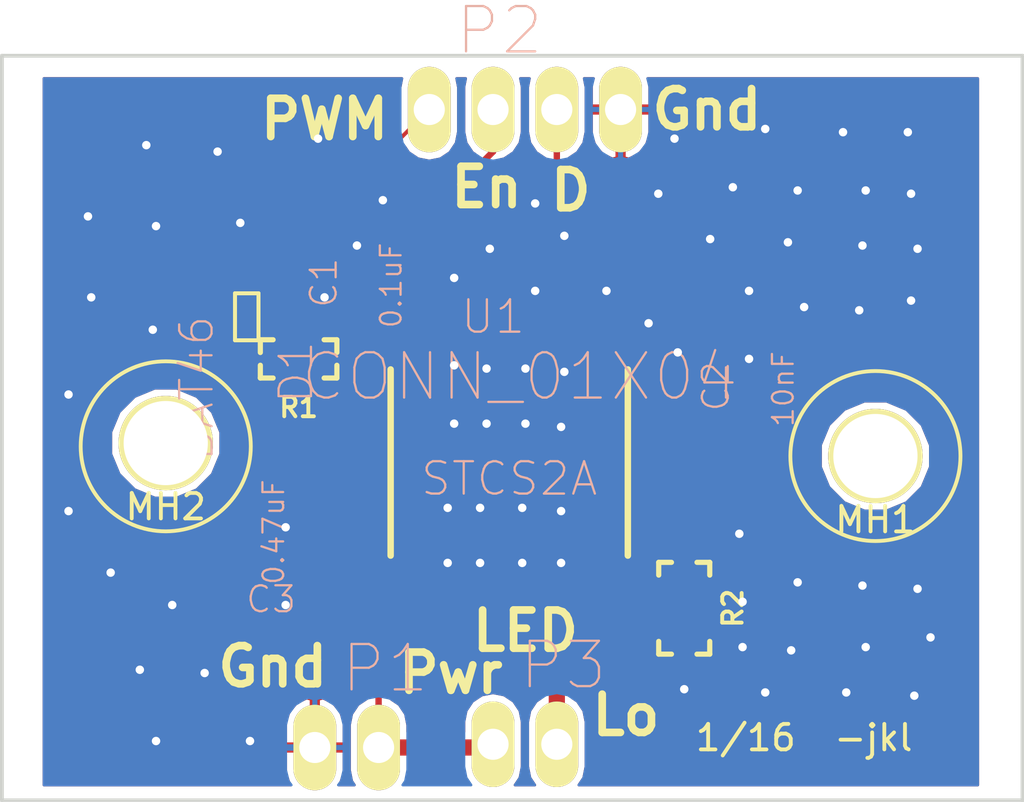
<source format=kicad_pcb>
(kicad_pcb (version 4) (host pcbnew 4.0.0-rc1-stable)

  (general
    (links 20)
    (no_connects 0)
    (area 59.924999 92.73225 100.075001 134.39455)
    (thickness 1.6)
    (drawings 15)
    (tracks 266)
    (zones 0)
    (modules 12)
    (nets 13)
  )

  (page A4)
  (layers
    (0 F.Cu signal)
    (31 B.Cu signal)
    (32 B.Adhes user hide)
    (33 F.Adhes user hide)
    (34 B.Paste user hide)
    (35 F.Paste user hide)
    (36 B.SilkS user)
    (37 F.SilkS user)
    (38 B.Mask user hide)
    (39 F.Mask user hide)
    (40 Dwgs.User user hide)
    (41 Cmts.User user hide)
    (42 Eco1.User user hide)
    (43 Eco2.User user hide)
    (44 Edge.Cuts user)
    (45 Margin user hide)
    (46 B.CrtYd user hide)
    (47 F.CrtYd user hide)
    (48 B.Fab user hide)
    (49 F.Fab user hide)
  )

  (setup
    (last_trace_width 0.25)
    (user_trace_width 0.1525)
    (user_trace_width 0.635)
    (user_trace_width 3)
    (trace_clearance 0.2)
    (zone_clearance 0.25)
    (zone_45_only no)
    (trace_min 0.1525)
    (segment_width 0.15)
    (edge_width 0.15)
    (via_size 0.6)
    (via_drill 0.4)
    (via_min_size 0.4)
    (via_min_drill 0.3)
    (user_via 0.69 0.331)
    (uvia_size 0.3)
    (uvia_drill 0.1)
    (uvias_allowed no)
    (uvia_min_size 0.2)
    (uvia_min_drill 0.1)
    (pcb_text_width 0.3)
    (pcb_text_size 1.5 1.5)
    (mod_edge_width 0.15)
    (mod_text_size 1 1)
    (mod_text_width 0.15)
    (pad_size 1.6764 3.3528)
    (pad_drill 1.2192)
    (pad_to_mask_clearance 0.05)
    (aux_axis_origin 60.833 123.698)
    (visible_elements 7FFCCE7F)
    (pcbplotparams
      (layerselection 0x010ec_80000001)
      (usegerberextensions true)
      (excludeedgelayer true)
      (linewidth 0.100000)
      (plotframeref false)
      (viasonmask false)
      (mode 1)
      (useauxorigin false)
      (hpglpennumber 1)
      (hpglpenspeed 20)
      (hpglpendiameter 15)
      (hpglpenoverlay 2)
      (psnegative false)
      (psa4output false)
      (plotreference false)
      (plotvalue false)
      (plotinvisibletext false)
      (padsonsilk false)
      (subtractmaskfromsilk false)
      (outputformat 1)
      (mirror false)
      (drillshape 0)
      (scaleselection 1)
      (outputdirectory ""))
  )

  (net 0 "")
  (net 1 "Net-(C1-Pad1)")
  (net 2 GND)
  (net 3 "Net-(C2-Pad1)")
  (net 4 "Net-(C3-Pad1)")
  (net 5 VCC)
  (net 6 "Net-(D1-Pad2)")
  (net 7 "Net-(D1-Pad3)")
  (net 8 "Net-(P2-Pad1)")
  (net 9 "Net-(P2-Pad2)")
  (net 10 "Net-(P2-Pad3)")
  (net 11 "Net-(R2-Pad2)")
  (net 12 "Net-(U1-Pad4)")

  (net_class Default "This is the default net class."
    (clearance 0.2)
    (trace_width 0.25)
    (via_dia 0.6)
    (via_drill 0.4)
    (uvia_dia 0.3)
    (uvia_drill 0.1)
    (add_net GND)
    (add_net "Net-(C1-Pad1)")
    (add_net "Net-(C2-Pad1)")
    (add_net "Net-(C3-Pad1)")
    (add_net "Net-(D1-Pad2)")
    (add_net "Net-(D1-Pad3)")
    (add_net "Net-(P2-Pad1)")
    (add_net "Net-(P2-Pad2)")
    (add_net "Net-(P2-Pad3)")
    (add_net "Net-(R2-Pad2)")
    (add_net "Net-(U1-Pad4)")
    (add_net VCC)
  )

  (module con-phoenix-250:con-phoenix-250-MC4 (layer F.Cu) (tedit 56CD2E5D) (tstamp 56A2CD70)
    (at 79.248 97.409)
    (descr "MINI-COMBICON 2.50MM 4-POLIG")
    (tags "MINI-COMBICON 2.50MM 4-POLIG")
    (path /569C1319)
    (attr virtual)
    (fp_text reference P2 (at 0.254 -3.0988) (layer B.SilkS)
      (effects (font (size 1.778 1.778) (thickness 0.0889)))
    )
    (fp_text value CONN_01X04 (at 1.04394 10.4775) (layer B.SilkS)
      (effects (font (size 1.778 1.778) (thickness 0.0889)))
    )
    (fp_line (start 4.36372 -0.635) (end 4.36372 0.635) (layer F.SilkS) (width 0.127))
    (fp_line (start 4.36372 -0.635) (end 5.63372 -0.635) (layer F.SilkS) (width 0.127))
    (fp_line (start 4.36372 0.635) (end 5.63372 0.635) (layer F.SilkS) (width 0.127))
    (fp_line (start 5.63372 0.635) (end 5.63372 -0.635) (layer F.SilkS) (width 0.127))
    (fp_line (start 1.86436 0.635) (end 3.13436 0.635) (layer F.SilkS) (width 0.127))
    (fp_line (start 1.86436 -0.635) (end 1.86436 0.635) (layer F.SilkS) (width 0.127))
    (fp_line (start 3.13436 0.635) (end 3.13436 -0.635) (layer F.SilkS) (width 0.127))
    (fp_line (start 1.86436 -0.635) (end 3.13436 -0.635) (layer F.SilkS) (width 0.127))
    (fp_line (start -0.635 -0.635) (end -0.635 0.635) (layer F.SilkS) (width 0.127))
    (fp_line (start -0.635 -0.635) (end 0.635 -0.635) (layer F.SilkS) (width 0.127))
    (fp_line (start -0.635 0.635) (end 0.635 0.635) (layer F.SilkS) (width 0.127))
    (fp_line (start 0.635 0.635) (end 0.635 -0.635) (layer F.SilkS) (width 0.127))
    (fp_line (start -3.13436 0.635) (end -1.86436 0.635) (layer F.SilkS) (width 0.127))
    (fp_line (start -3.13436 -0.635) (end -3.13436 0.635) (layer F.SilkS) (width 0.127))
    (fp_line (start -1.86436 0.635) (end -1.86436 -0.635) (layer F.SilkS) (width 0.127))
    (fp_line (start -3.13436 -0.635) (end -1.86436 -0.635) (layer F.SilkS) (width 0.127))
    (pad 1 thru_hole oval (at -2.49936 0) (size 1.6764 3.3528) (drill 1.2192) (layers *.Cu F.SilkS F.Mask)
      (net 8 "Net-(P2-Pad1)"))
    (pad 2 thru_hole oval (at 0 0) (size 1.6764 3.3528) (drill 1.2192) (layers *.Cu F.SilkS F.Mask)
      (net 9 "Net-(P2-Pad2)"))
    (pad 3 thru_hole oval (at 2.49936 0) (size 1.6764 3.3528) (drill 1.2192) (layers *.Cu F.SilkS F.Mask)
      (net 10 "Net-(P2-Pad3)"))
    (pad 4 thru_hole oval (at 4.99872 0) (size 1.6764 3.3528) (drill 1.2192) (layers *.Cu F.SilkS F.Mask)
      (net 2 GND))
  )

  (module con-phoenix-250:con-phoenix-250-MC2 (layer F.Cu) (tedit 56CD2E1A) (tstamp 56A2CD77)
    (at 79.248 122.301)
    (descr "MINI-COMBICON 2.50MM 2-POLIG")
    (tags "MINI-COMBICON 2.50MM 2-POLIG")
    (path /569B234B)
    (attr virtual)
    (fp_text reference P3 (at 2.75336 -3.0988) (layer B.SilkS)
      (effects (font (size 1.778 1.778) (thickness 0.0889)))
    )
    (fp_text value CONN_01X02 (at 3.5433 10.4775) (layer B.SilkS)
      (effects (font (size 1.778 1.778) (thickness 0.0889)))
    )
    (fp_line (start 1.86436 -0.635) (end 1.86436 0.635) (layer F.SilkS) (width 0.127))
    (fp_line (start 1.86436 -0.635) (end 3.13436 -0.635) (layer F.SilkS) (width 0.127))
    (fp_line (start 1.86436 0.635) (end 3.13436 0.635) (layer F.SilkS) (width 0.127))
    (fp_line (start 3.13436 0.635) (end 3.13436 -0.635) (layer F.SilkS) (width 0.127))
    (fp_line (start -0.635 0.635) (end 0.635 0.635) (layer F.SilkS) (width 0.127))
    (fp_line (start -0.635 -0.635) (end -0.635 0.635) (layer F.SilkS) (width 0.127))
    (fp_line (start 0.635 0.635) (end 0.635 -0.635) (layer F.SilkS) (width 0.127))
    (fp_line (start -0.635 -0.635) (end 0.635 -0.635) (layer F.SilkS) (width 0.127))
    (pad 1 thru_hole oval (at 0 0) (size 1.6764 3.3528) (drill 1.2192) (layers *.Cu F.SilkS F.Mask)
      (net 5 VCC))
    (pad 2 thru_hole oval (at 2.49936 0) (size 1.6764 3.3528) (drill 1.2192) (layers *.Cu F.SilkS F.Mask)
      (net 4 "Net-(C3-Pad1)"))
  )

  (module con-phoenix-250:con-phoenix-250-MC2 (layer F.Cu) (tedit 56CD2DCA) (tstamp 56A2CD6B)
    (at 72.263 122.428)
    (descr "MINI-COMBICON 2.50MM 2-POLIG")
    (tags "MINI-COMBICON 2.50MM 2-POLIG")
    (path /569B22BE)
    (attr virtual)
    (fp_text reference P1 (at 2.75336 -3.0988) (layer B.SilkS)
      (effects (font (size 1.778 1.778) (thickness 0.0889)))
    )
    (fp_text value CONN_01X02 (at 3.5433 10.4775) (layer B.SilkS)
      (effects (font (size 1.778 1.778) (thickness 0.0889)))
    )
    (fp_line (start 1.86436 -0.635) (end 1.86436 0.635) (layer F.SilkS) (width 0.127))
    (fp_line (start 1.86436 -0.635) (end 3.13436 -0.635) (layer F.SilkS) (width 0.127))
    (fp_line (start 1.86436 0.635) (end 3.13436 0.635) (layer F.SilkS) (width 0.127))
    (fp_line (start 3.13436 0.635) (end 3.13436 -0.635) (layer F.SilkS) (width 0.127))
    (fp_line (start -0.635 0.635) (end 0.635 0.635) (layer F.SilkS) (width 0.127))
    (fp_line (start -0.635 -0.635) (end -0.635 0.635) (layer F.SilkS) (width 0.127))
    (fp_line (start 0.635 0.635) (end 0.635 -0.635) (layer F.SilkS) (width 0.127))
    (fp_line (start -0.635 -0.635) (end 0.635 -0.635) (layer F.SilkS) (width 0.127))
    (pad 1 thru_hole oval (at 0 0) (size 1.6764 3.3528) (drill 1.2192) (layers *.Cu F.SilkS F.Mask)
      (net 2 GND))
    (pad 2 thru_hole oval (at 2.49936 0) (size 1.6764 3.3528) (drill 1.2192) (layers *.Cu F.SilkS F.Mask)
      (net 5 VCC))
  )

  (module "resistor:0805(2012m)-CHIP-RESISTOR" (layer F.Cu) (tedit 56AD1D0E) (tstamp 569C79D6)
    (at 86.741 116.967 90)
    (path /569B1E1A)
    (fp_text reference R2 (at 0 1.905 90) (layer F.SilkS)
      (effects (font (size 0.762 0.762) (thickness 0.1524)))
    )
    (fp_text value 0.142R (at 0 0 90) (layer F.SilkS) hide
      (effects (font (size 0.762 0.762) (thickness 0.1524)))
    )
    (fp_line (start -1.8 1) (end -1.3 1) (layer F.SilkS) (width 0.2032))
    (fp_line (start -1.8 1) (end -1.8 0.5) (layer F.SilkS) (width 0.2032))
    (fp_line (start 1.8 1) (end 1.3 1) (layer F.SilkS) (width 0.2032))
    (fp_line (start 1.8 1) (end 1.8 0.5) (layer F.SilkS) (width 0.2032))
    (fp_line (start 1.8 -1) (end 1.8 -0.5) (layer F.SilkS) (width 0.2032))
    (fp_line (start 1.8 -1) (end 1.3 -1) (layer F.SilkS) (width 0.2032))
    (fp_line (start -1.8 -1) (end -1.3 -1) (layer F.SilkS) (width 0.2032))
    (fp_line (start -1.8 -1) (end -1.8 -0.5) (layer F.SilkS) (width 0.2032))
    (pad 1 smd rect (at -0.95 0 90) (size 1 1.45) (layers F.Cu F.Paste F.Mask)
      (net 2 GND))
    (pad 2 smd rect (at 0.95 0 90) (size 1 1.45) (layers F.Cu F.Paste F.Mask)
      (net 11 "Net-(R2-Pad2)"))
  )

  (module st-microelectronics:st-microelectronics-POWER-SO10 (layer F.Cu) (tedit 56AD1989) (tstamp 569C79E5)
    (at 79.883 111.252)
    (descr "POWER SO-10")
    (tags "POWER SO-10")
    (path /56A972C8)
    (attr smd)
    (fp_text reference U1 (at -0.635 -5.715) (layer B.SilkS)
      (effects (font (size 1.27 1.27) (thickness 0.0889)))
    )
    (fp_text value STCS2A (at 0 0.635) (layer B.SilkS)
      (effects (font (size 1.27 1.27) (thickness 0.0889)))
    )
    (fp_line (start -4.6355 -1.143) (end -4.6355 -1.397) (layer F.SilkS) (width 0.06604))
    (fp_line (start -4.6355 0.127) (end -4.6355 -0.127) (layer F.SilkS) (width 0.06604))
    (fp_line (start -4.6355 1.397) (end -4.6355 1.143) (layer F.SilkS) (width 0.06604))
    (fp_line (start -4.6355 2.667) (end -4.6355 2.413) (layer F.SilkS) (width 0.06604))
    (fp_line (start 4.6355 2.667) (end 4.6355 2.413) (layer F.SilkS) (width 0.06604))
    (fp_line (start 4.6355 1.397) (end 4.6355 1.143) (layer F.SilkS) (width 0.06604))
    (fp_line (start 4.6355 0.127) (end 4.6355 -0.127) (layer F.SilkS) (width 0.06604))
    (fp_line (start 4.6355 -1.143) (end 4.6355 -1.397) (layer F.SilkS) (width 0.06604))
    (fp_line (start 4.6482 -3.64998) (end 4.6482 3.64998) (layer F.SilkS) (width 0.254))
    (fp_line (start -4.6482 3.64998) (end -4.6482 -3.64998) (layer F.SilkS) (width 0.254))
    (pad 1 smd rect (at -6.62432 -2.54) (size 1.64846 0.72898) (layers F.Cu F.Paste F.Mask)
      (net 1 "Net-(C1-Pad1)"))
    (pad 2 smd rect (at -6.62432 -1.27) (size 1.64846 0.72898) (layers F.Cu F.Paste F.Mask)
      (net 8 "Net-(P2-Pad1)"))
    (pad 3 smd rect (at -6.62432 0) (size 1.64846 0.72898) (layers F.Cu F.Paste F.Mask)
      (net 9 "Net-(P2-Pad2)"))
    (pad 4 smd rect (at -6.62432 1.27) (size 1.64846 0.72898) (layers F.Cu F.Paste F.Mask)
      (net 12 "Net-(U1-Pad4)"))
    (pad 5 smd rect (at -6.62432 2.54) (size 1.64846 0.72898) (layers F.Cu F.Paste F.Mask)
      (net 4 "Net-(C3-Pad1)"))
    (pad 6 smd rect (at 6.62432 2.54) (size 1.64846 0.72898) (layers F.Cu F.Paste F.Mask)
      (net 11 "Net-(R2-Pad2)"))
    (pad 7 smd rect (at 6.62432 1.27) (size 1.64846 0.72898) (layers F.Cu F.Paste F.Mask)
      (net 11 "Net-(R2-Pad2)"))
    (pad 8 smd rect (at 6.62432 0) (size 1.64846 0.72898) (layers F.Cu F.Paste F.Mask)
      (net 3 "Net-(C2-Pad1)"))
    (pad 9 smd rect (at 6.62432 -1.27) (size 1.64846 0.72898) (layers F.Cu F.Paste F.Mask)
      (net 10 "Net-(P2-Pad3)"))
    (pad 10 smd rect (at 6.62432 -2.54) (size 1.64846 0.72898) (layers F.Cu F.Paste F.Mask)
      (net 2 GND))
    (pad P smd rect (at 0 0) (size 6.2992 9.4996) (layers F.Cu F.Paste F.Mask)
      (net 2 GND))
  )

  (module cap-master:cap-master-0603 (layer F.Cu) (tedit 200000) (tstamp 569C79A9)
    (at 89.281 109.855 90)
    (descr "SMD CHIP CAP")
    (tags "SMD CHIP CAP")
    (path /569B20C2)
    (attr smd)
    (fp_text reference C2 (at 1.5875 -1.30048 90) (layer B.SilkS)
      (effects (font (size 1.016 1.016) (thickness 0.0889)))
    )
    (fp_text value 10nF (at 1.4859 1.33858 90) (layer B.SilkS)
      (effects (font (size 0.8128 0.8128) (thickness 0.0889)))
    )
    (pad 1 smd rect (at -0.9525 0 90) (size 1.016 1.016) (layers F.Cu F.Paste F.Mask)
      (net 3 "Net-(C2-Pad1)"))
    (pad 2 smd rect (at 0.9525 0 90) (size 1.016 1.016) (layers F.Cu F.Paste F.Mask)
      (net 2 GND))
  )

  (module cap-master:cap-master-0603 (layer F.Cu) (tedit 569D51D2) (tstamp 569C79AF)
    (at 72.136 115.316 180)
    (descr "SMD CHIP CAP")
    (tags "SMD CHIP CAP")
    (path /569B1FD2)
    (attr smd)
    (fp_text reference C3 (at 1.5875 -1.30048 180) (layer B.SilkS)
      (effects (font (size 1.016 1.016) (thickness 0.0889)))
    )
    (fp_text value 0.47uF (at 1.4859 1.33858 270) (layer B.SilkS)
      (effects (font (size 0.8128 0.8128) (thickness 0.0889)))
    )
    (pad 1 smd rect (at -0.9525 0 180) (size 1.016 1.016) (layers F.Cu F.Paste F.Mask)
      (net 4 "Net-(C3-Pad1)"))
    (pad 2 smd rect (at 0.9525 0 180) (size 1.016 1.016) (layers F.Cu F.Paste F.Mask)
      (net 2 GND))
  )

  (module cap-master:cap-master-0603 (layer F.Cu) (tedit 200000) (tstamp 569C79A3)
    (at 73.914 105.791 90)
    (descr "SMD CHIP CAP")
    (tags "SMD CHIP CAP")
    (path /569B205B)
    (attr smd)
    (fp_text reference C1 (at 1.5875 -1.30048 90) (layer B.SilkS)
      (effects (font (size 1.016 1.016) (thickness 0.0889)))
    )
    (fp_text value 0.1uF (at 1.4859 1.33858 90) (layer B.SilkS)
      (effects (font (size 0.8128 0.8128) (thickness 0.0889)))
    )
    (pad 1 smd rect (at -0.9525 0 90) (size 1.016 1.016) (layers F.Cu F.Paste F.Mask)
      (net 1 "Net-(C1-Pad1)"))
    (pad 2 smd rect (at 0.9525 0 90) (size 1.016 1.016) (layers F.Cu F.Paste F.Mask)
      (net 2 GND))
  )

  (module "resistor:0603(1608m)-CHIP-RESISTOR" (layer F.Cu) (tedit 56AD1711) (tstamp 569C79D0)
    (at 71.628 107.188)
    (path /569B1D9B)
    (fp_text reference R1 (at 0 1.905) (layer F.SilkS)
      (effects (font (size 0.762 0.762) (thickness 0.1524)))
    )
    (fp_text value 100R (at 0 0) (layer F.SilkS) hide
      (effects (font (size 0.762 0.762) (thickness 0.1524)))
    )
    (fp_line (start -1.5 -0.75) (end -1 -0.75) (layer F.SilkS) (width 0.2032))
    (fp_line (start -1.5 -0.25) (end -1.5 -0.75) (layer F.SilkS) (width 0.2032))
    (fp_line (start -1.5 0.75) (end -1.5 0.25) (layer F.SilkS) (width 0.2032))
    (fp_line (start -1 0.75) (end -1.5 0.75) (layer F.SilkS) (width 0.2032))
    (fp_line (start 1.5 0.75) (end 1 0.75) (layer F.SilkS) (width 0.2032))
    (fp_line (start 1.5 0.25) (end 1.5 0.75) (layer F.SilkS) (width 0.2032))
    (fp_line (start 1.5 -0.75) (end 1.5 -0.25) (layer F.SilkS) (width 0.2032))
    (fp_line (start 1.5 -0.75) (end 1 -0.75) (layer F.SilkS) (width 0.2032))
    (pad 1 smd rect (at -0.8 0) (size 0.9 1) (layers F.Cu F.Paste F.Mask)
      (net 7 "Net-(D1-Pad3)"))
    (pad 2 smd rect (at 0.8 0) (size 0.9 1) (layers F.Cu F.Paste F.Mask)
      (net 1 "Net-(C1-Pad1)"))
  )

  (module diode-1:diode-1-SOT323-R (layer F.Cu) (tedit 56AD1670) (tstamp 569D61BB)
    (at 69.596 105.537 270)
    (descr "SOT323 REFLOW SOLDERING")
    (tags "SOT323 REFLOW SOLDERING")
    (path /569C771D)
    (attr smd)
    (fp_text reference D1 (at 2.17424 -1.93294 270) (layer B.SilkS)
      (effects (font (size 1.27 1.27) (thickness 0.0889)))
    )
    (fp_text value BAT46 (at 2.80924 1.96342 270) (layer B.SilkS)
      (effects (font (size 1.27 1.27) (thickness 0.0889)))
    )
    (fp_line (start -0.79756 0.49784) (end -0.49784 0.49784) (layer F.SilkS) (width 0.06604))
    (fp_line (start 0.49784 0.49784) (end 0.79756 0.49784) (layer F.SilkS) (width 0.06604))
    (fp_line (start -0.14986 -0.49784) (end 0.14986 -0.49784) (layer F.SilkS) (width 0.06604))
    (fp_line (start 0.92202 -0.45974) (end 0.92202 0.45974) (layer F.SilkS) (width 0.1524))
    (fp_line (start 0.92202 0.45974) (end -0.92202 0.45974) (layer F.SilkS) (width 0.1524))
    (fp_line (start -0.92202 0.45974) (end -0.92202 -0.45974) (layer F.SilkS) (width 0.1524))
    (fp_line (start -0.92202 -0.45974) (end 0.92202 -0.45974) (layer F.SilkS) (width 0.1524))
    (fp_line (start 0.92202 -0.45974) (end 0.92202 0.45974) (layer F.SilkS) (width 0.1524))
    (fp_line (start 0.92202 0.45974) (end -0.92202 0.45974) (layer F.SilkS) (width 0.1524))
    (fp_line (start -0.92202 0.45974) (end -0.92202 -0.45974) (layer F.SilkS) (width 0.1524))
    (fp_line (start -0.92202 -0.45974) (end 0.92202 -0.45974) (layer F.SilkS) (width 0.1524))
    (pad 1 smd rect (at -0.6477 0.92456 270) (size 0.59944 0.54864) (layers F.Cu F.Paste F.Mask)
      (net 5 VCC))
    (pad 2 smd rect (at 0.6477 0.92456 270) (size 0.59944 0.54864) (layers F.Cu F.Paste F.Mask)
      (net 6 "Net-(D1-Pad2)"))
    (pad 3 smd rect (at 0 -0.92456 270) (size 0.59944 0.54864) (layers F.Cu F.Paste F.Mask)
      (net 7 "Net-(D1-Pad3)"))
  )

  (module jimsCustom:4x40Hole (layer F.Cu) (tedit 56A96E7C) (tstamp 56A97614)
    (at 94.234 110.998)
    (path /56A9712F)
    (fp_text reference MH1 (at 0 2.5) (layer F.SilkS)
      (effects (font (size 1 1) (thickness 0.15)))
    )
    (fp_text value MountHole (at 0 -2.5) (layer F.Fab)
      (effects (font (size 1 1) (thickness 0.15)))
    )
    (pad "" np_thru_hole circle (at 0 0) (size 3.7 3.7) (drill 3.3) (layers *.Cu *.Mask F.SilkS))
  )

  (module jimsCustom:4x40Hole (layer F.Cu) (tedit 56A96E7C) (tstamp 56A97619)
    (at 66.421 110.49)
    (path /56A9719E)
    (fp_text reference MH2 (at 0 2.5) (layer F.SilkS)
      (effects (font (size 1 1) (thickness 0.15)))
    )
    (fp_text value MountHole (at 0 -2.5) (layer F.Fab)
      (effects (font (size 1 1) (thickness 0.15)))
    )
    (pad "" np_thru_hole circle (at 0 0) (size 3.7 3.7) (drill 3.3) (layers *.Cu *.Mask F.SilkS))
  )

  (gr_text "1/16  -jkl" (at 91.44 122.047) (layer F.SilkS)
    (effects (font (size 1 1) (thickness 0.15)))
  )
  (gr_text D (at 82.296 100.584) (layer F.SilkS)
    (effects (font (size 1.5 1.5) (thickness 0.3)))
  )
  (gr_text Gnd (at 87.63 97.409) (layer F.SilkS)
    (effects (font (size 1.5 1.5) (thickness 0.3)))
  )
  (gr_text En (at 78.994 100.457) (layer F.SilkS)
    (effects (font (size 1.5 1.5) (thickness 0.3)))
  )
  (gr_text PWM (at 72.644 97.79) (layer F.SilkS)
    (effects (font (size 1.5 1.5) (thickness 0.3)))
  )
  (gr_text Lo (at 84.455 121.158) (layer F.SilkS)
    (effects (font (size 1.5 1.5) (thickness 0.3)))
  )
  (gr_text Gnd (at 70.612 119.253) (layer F.SilkS)
    (effects (font (size 1.5 1.5) (thickness 0.3)))
  )
  (gr_text Pwr (at 77.597 119.507) (layer F.SilkS)
    (effects (font (size 1.5 1.5) (thickness 0.3)))
  )
  (gr_text LED (at 80.518 117.856) (layer F.SilkS)
    (effects (font (size 1.5 1.5) (thickness 0.3)))
  )
  (gr_circle (center 66.421 110.617) (end 69.596 111.633) (layer F.SilkS) (width 0.15) (tstamp 56A99E79))
  (gr_circle (center 94.234 110.998) (end 97.409 112.014) (layer F.SilkS) (width 0.15))
  (gr_line (start 100 95.3) (end 100 124.5) (angle 90) (layer Edge.Cuts) (width 0.15))
  (gr_line (start 60 95.3) (end 100 95.3) (angle 90) (layer Edge.Cuts) (width 0.15))
  (gr_line (start 60 124.5) (end 60 95.3) (angle 90) (layer Edge.Cuts) (width 0.15))
  (gr_line (start 100 124.5) (end 60 124.5) (angle 90) (layer Edge.Cuts) (width 0.15))

  (segment (start 72.428 107.188) (end 72.428 107.88132) (width 0.25) (layer F.Cu) (net 1))
  (segment (start 72.428 107.88132) (end 73.25868 108.712) (width 0.25) (layer F.Cu) (net 1) (tstamp 56AAB77D))
  (segment (start 73.914 106.7435) (end 72.8725 106.7435) (width 0.25) (layer F.Cu) (net 1))
  (segment (start 72.8725 106.7435) (end 72.428 107.188) (width 0.25) (layer F.Cu) (net 1) (tstamp 56AAB777))
  (segment (start 86.741 117.917) (end 86.741 120.142) (width 0.25) (layer F.Cu) (net 2))
  (via (at 95.885 116.205) (size 0.69) (drill 0.331) (layers F.Cu B.Cu) (net 2))
  (segment (start 93.853 116.205) (end 95.885 116.205) (width 0.25) (layer F.Cu) (net 2) (tstamp 56AAEBF1))
  (segment (start 93.726 116.078) (end 93.853 116.205) (width 0.25) (layer F.Cu) (net 2) (tstamp 56AAEBF0))
  (via (at 93.726 116.078) (size 0.69) (drill 0.331) (layers F.Cu B.Cu) (net 2))
  (segment (start 91.313 116.078) (end 93.726 116.078) (width 0.25) (layer B.Cu) (net 2) (tstamp 56AAEBEE))
  (segment (start 91.186 115.951) (end 91.313 116.078) (width 0.25) (layer B.Cu) (net 2) (tstamp 56AAEBED))
  (via (at 91.186 115.951) (size 0.69) (drill 0.331) (layers F.Cu B.Cu) (net 2))
  (segment (start 90.805 115.951) (end 91.186 115.951) (width 0.25) (layer F.Cu) (net 2) (tstamp 56AAEBEB))
  (segment (start 88.9 114.046) (end 90.805 115.951) (width 0.25) (layer F.Cu) (net 2) (tstamp 56AAEBEA))
  (via (at 88.9 114.046) (size 0.69) (drill 0.331) (layers F.Cu B.Cu) (net 2))
  (segment (start 88.9 116.586) (end 88.9 114.046) (width 0.25) (layer B.Cu) (net 2) (tstamp 56AAEBE8))
  (segment (start 89.027 116.713) (end 88.9 116.586) (width 0.25) (layer B.Cu) (net 2) (tstamp 56AAEBE7))
  (via (at 89.027 116.713) (size 0.69) (drill 0.331) (layers F.Cu B.Cu) (net 2))
  (segment (start 89.027 118.491) (end 89.027 116.713) (width 0.25) (layer F.Cu) (net 2) (tstamp 56AAEBE4))
  (via (at 89.027 118.491) (size 0.69) (drill 0.331) (layers F.Cu B.Cu) (net 2))
  (segment (start 90.805 118.491) (end 89.027 118.491) (width 0.25) (layer B.Cu) (net 2) (tstamp 56AAEBE2))
  (segment (start 90.932 118.618) (end 90.805 118.491) (width 0.25) (layer B.Cu) (net 2) (tstamp 56AAEBE1))
  (via (at 90.932 118.618) (size 0.69) (drill 0.331) (layers F.Cu B.Cu) (net 2))
  (segment (start 93.726 118.618) (end 90.932 118.618) (width 0.25) (layer F.Cu) (net 2) (tstamp 56AAEBDF))
  (segment (start 93.853 118.491) (end 93.726 118.618) (width 0.25) (layer F.Cu) (net 2) (tstamp 56AAEBDE))
  (via (at 93.853 118.491) (size 0.69) (drill 0.331) (layers F.Cu B.Cu) (net 2))
  (segment (start 96.012 118.491) (end 93.853 118.491) (width 0.25) (layer B.Cu) (net 2) (tstamp 56AAEBDC))
  (segment (start 96.393 118.11) (end 96.012 118.491) (width 0.25) (layer B.Cu) (net 2) (tstamp 56AAEBDB))
  (via (at 96.393 118.11) (size 0.69) (drill 0.331) (layers F.Cu B.Cu) (net 2))
  (segment (start 96.393 119.761) (end 96.393 118.11) (width 0.25) (layer F.Cu) (net 2) (tstamp 56AAEBD9))
  (segment (start 95.758 120.396) (end 96.393 119.761) (width 0.25) (layer F.Cu) (net 2) (tstamp 56AAEBD8))
  (via (at 95.758 120.396) (size 0.69) (drill 0.331) (layers F.Cu B.Cu) (net 2))
  (segment (start 93.218 120.396) (end 95.758 120.396) (width 0.25) (layer B.Cu) (net 2) (tstamp 56AAEBD6))
  (segment (start 93.091 120.269) (end 93.218 120.396) (width 0.25) (layer B.Cu) (net 2) (tstamp 56AAEBD5))
  (via (at 93.091 120.269) (size 0.69) (drill 0.331) (layers F.Cu B.Cu) (net 2))
  (segment (start 89.916 120.269) (end 93.091 120.269) (width 0.25) (layer F.Cu) (net 2) (tstamp 56AAEBD2))
  (via (at 89.916 120.269) (size 0.69) (drill 0.331) (layers F.Cu B.Cu) (net 2))
  (segment (start 86.868 120.269) (end 89.916 120.269) (width 0.25) (layer B.Cu) (net 2) (tstamp 56AAEBD0))
  (segment (start 86.741 120.142) (end 86.868 120.269) (width 0.25) (layer B.Cu) (net 2) (tstamp 56AAEBCF))
  (via (at 86.741 120.142) (size 0.69) (drill 0.331) (layers F.Cu B.Cu) (net 2))
  (via (at 81.915 109.855) (size 0.69) (drill 0.331) (layers F.Cu B.Cu) (net 2))
  (segment (start 79.883 109.855) (end 81.915 109.855) (width 0.25) (layer F.Cu) (net 2) (tstamp 56AAEE26))
  (segment (start 82.042 107.696) (end 79.883 109.855) (width 0.25) (layer F.Cu) (net 2) (tstamp 56AAEE25))
  (via (at 82.042 107.696) (size 0.69) (drill 0.331) (layers F.Cu B.Cu) (net 2))
  (segment (start 82.042 109.093) (end 82.042 107.696) (width 0.25) (layer B.Cu) (net 2) (tstamp 56AAEE1F))
  (segment (start 81.915 109.855) (end 82.042 109.093) (width 0.25) (layer B.Cu) (net 2) (tstamp 56AAEE1E))
  (via (at 80.518 109.728) (size 0.69) (drill 0.331) (layers F.Cu B.Cu) (net 2))
  (segment (start 79.883 108.204) (end 80.518 109.728) (width 0.25) (layer F.Cu) (net 2) (tstamp 56AAEE0C))
  (segment (start 80.518 107.569) (end 79.883 108.204) (width 0.25) (layer F.Cu) (net 2) (tstamp 56AAEE0B))
  (via (at 80.518 107.569) (size 0.69) (drill 0.331) (layers F.Cu B.Cu) (net 2))
  (segment (start 80.518 110.617) (end 80.518 107.569) (width 0.25) (layer B.Cu) (net 2) (tstamp 56AAEE03))
  (segment (start 80.518 109.728) (end 80.518 110.617) (width 0.25) (layer B.Cu) (net 2) (tstamp 56AAEE02))
  (via (at 78.994 109.728) (size 0.69) (drill 0.331) (layers F.Cu B.Cu) (net 2))
  (segment (start 79.883 108.458) (end 78.994 109.728) (width 0.25) (layer F.Cu) (net 2) (tstamp 56AAEDF3))
  (segment (start 78.994 107.569) (end 79.883 108.458) (width 0.25) (layer F.Cu) (net 2) (tstamp 56AAEDF2))
  (via (at 78.994 107.569) (size 0.69) (drill 0.331) (layers F.Cu B.Cu) (net 2))
  (segment (start 78.994 110.363) (end 78.994 107.569) (width 0.25) (layer B.Cu) (net 2) (tstamp 56AAEDE8))
  (segment (start 78.994 109.728) (end 78.994 110.363) (width 0.25) (layer B.Cu) (net 2) (tstamp 56AAEDE7))
  (via (at 77.724 109.728) (size 0.69) (drill 0.331) (layers F.Cu B.Cu) (net 2))
  (segment (start 79.883 109.601) (end 77.724 109.728) (width 0.25) (layer F.Cu) (net 2) (tstamp 56AAEDD4))
  (segment (start 77.724 107.442) (end 79.883 109.601) (width 0.25) (layer F.Cu) (net 2) (tstamp 56AAEDD3))
  (via (at 77.724 107.442) (size 0.69) (drill 0.331) (layers F.Cu B.Cu) (net 2))
  (segment (start 77.724 109.093) (end 77.724 107.442) (width 0.25) (layer B.Cu) (net 2) (tstamp 56AAEDC8))
  (segment (start 77.724 109.728) (end 77.724 109.093) (width 0.25) (layer B.Cu) (net 2) (tstamp 56AAEDC7))
  (via (at 81.915 113.157) (size 0.69) (drill 0.331) (layers F.Cu B.Cu) (net 2))
  (segment (start 79.883 113.157) (end 81.915 113.157) (width 0.25) (layer F.Cu) (net 2) (tstamp 56AAEDA3))
  (segment (start 81.915 115.189) (end 79.883 113.157) (width 0.25) (layer F.Cu) (net 2) (tstamp 56AAEDA2))
  (via (at 81.915 115.189) (size 0.69) (drill 0.331) (layers F.Cu B.Cu) (net 2))
  (segment (start 81.915 113.284) (end 81.915 115.189) (width 0.25) (layer B.Cu) (net 2) (tstamp 56AAED93))
  (segment (start 81.915 113.157) (end 81.915 113.284) (width 0.25) (layer B.Cu) (net 2) (tstamp 56AAED92))
  (via (at 80.391 113.03) (size 0.69) (drill 0.331) (layers F.Cu B.Cu) (net 2))
  (segment (start 79.883 114.681) (end 80.391 113.03) (width 0.25) (layer F.Cu) (net 2) (tstamp 56AAED7D))
  (segment (start 80.391 115.189) (end 79.883 114.681) (width 0.25) (layer F.Cu) (net 2) (tstamp 56AAED7C))
  (via (at 80.391 115.189) (size 0.69) (drill 0.331) (layers F.Cu B.Cu) (net 2))
  (segment (start 80.391 111.76) (end 80.391 115.189) (width 0.25) (layer B.Cu) (net 2) (tstamp 56AAED74))
  (segment (start 80.391 113.03) (end 80.391 111.76) (width 0.25) (layer B.Cu) (net 2) (tstamp 56AAED73))
  (via (at 78.74 113.03) (size 0.69) (drill 0.331) (layers F.Cu B.Cu) (net 2))
  (segment (start 79.883 114.046) (end 78.74 113.03) (width 0.25) (layer F.Cu) (net 2) (tstamp 56AAED53))
  (segment (start 78.74 115.189) (end 79.883 114.046) (width 0.25) (layer F.Cu) (net 2) (tstamp 56AAED52))
  (via (at 78.74 115.189) (size 0.69) (drill 0.331) (layers F.Cu B.Cu) (net 2))
  (segment (start 78.74 112.395) (end 78.74 115.189) (width 0.25) (layer B.Cu) (net 2) (tstamp 56AAED48))
  (segment (start 78.74 113.03) (end 78.74 112.395) (width 0.25) (layer B.Cu) (net 2) (tstamp 56AAED47))
  (via (at 77.47 113.03) (size 0.69) (drill 0.331) (layers F.Cu B.Cu) (net 2))
  (segment (start 79.883 112.776) (end 77.47 113.03) (width 0.25) (layer F.Cu) (net 2) (tstamp 56AAED05))
  (segment (start 77.47 115.189) (end 79.883 112.776) (width 0.25) (layer F.Cu) (net 2) (tstamp 56AAED04))
  (via (at 77.47 115.189) (size 0.69) (drill 0.331) (layers F.Cu B.Cu) (net 2))
  (segment (start 77.47 113.665) (end 77.47 115.189) (width 0.25) (layer B.Cu) (net 2) (tstamp 56AAECFD))
  (segment (start 77.47 113.03) (end 77.47 113.665) (width 0.25) (layer B.Cu) (net 2) (tstamp 56AAECFC))
  (segment (start 72.263 122.428) (end 69.977 122.428) (width 0.25) (layer B.Cu) (net 2))
  (via (at 65.659 98.806) (size 0.69) (drill 0.331) (layers F.Cu B.Cu) (net 2))
  (segment (start 68.199 98.806) (end 65.659 98.806) (width 0.25) (layer F.Cu) (net 2) (tstamp 56AAEC4F))
  (segment (start 68.453 99.06) (end 68.199 98.806) (width 0.25) (layer F.Cu) (net 2) (tstamp 56AAEC4E))
  (via (at 68.453 99.06) (size 0.69) (drill 0.331) (layers F.Cu B.Cu) (net 2))
  (segment (start 71.882 99.06) (end 68.453 99.06) (width 0.25) (layer B.Cu) (net 2) (tstamp 56AAEC4C))
  (segment (start 72.39 98.552) (end 71.882 99.06) (width 0.25) (layer B.Cu) (net 2) (tstamp 56AAEC4B))
  (via (at 72.39 98.552) (size 0.69) (drill 0.331) (layers F.Cu B.Cu) (net 2))
  (segment (start 72.39 98.806) (end 72.39 98.552) (width 0.25) (layer F.Cu) (net 2) (tstamp 56AAEC49))
  (segment (start 69.342 101.854) (end 72.39 98.806) (width 0.25) (layer F.Cu) (net 2) (tstamp 56AAEC48))
  (via (at 69.342 101.854) (size 0.69) (drill 0.331) (layers F.Cu B.Cu) (net 2))
  (segment (start 66.167 101.854) (end 69.342 101.854) (width 0.25) (layer B.Cu) (net 2) (tstamp 56AAEC46))
  (segment (start 66.04 101.981) (end 66.167 101.854) (width 0.25) (layer B.Cu) (net 2) (tstamp 56AAEC45))
  (via (at 66.04 101.981) (size 0.69) (drill 0.331) (layers F.Cu B.Cu) (net 2))
  (segment (start 63.754 101.981) (end 66.04 101.981) (width 0.25) (layer F.Cu) (net 2) (tstamp 56AAEC43))
  (segment (start 63.373 101.6) (end 63.754 101.981) (width 0.25) (layer F.Cu) (net 2) (tstamp 56AAEC42))
  (via (at 63.373 101.6) (size 0.69) (drill 0.331) (layers F.Cu B.Cu) (net 2))
  (segment (start 63.373 104.648) (end 63.373 101.6) (width 0.25) (layer B.Cu) (net 2) (tstamp 56AAEC40))
  (segment (start 63.5 104.775) (end 63.373 104.648) (width 0.25) (layer B.Cu) (net 2) (tstamp 56AAEC3F))
  (via (at 63.5 104.775) (size 0.69) (drill 0.331) (layers F.Cu B.Cu) (net 2))
  (segment (start 64.643 104.775) (end 63.5 104.775) (width 0.25) (layer F.Cu) (net 2) (tstamp 56AAEC3C))
  (segment (start 65.913 106.045) (end 64.643 104.775) (width 0.25) (layer F.Cu) (net 2) (tstamp 56AAEC3B))
  (via (at 65.913 106.045) (size 0.69) (drill 0.331) (layers F.Cu B.Cu) (net 2))
  (segment (start 65.151 106.045) (end 65.913 106.045) (width 0.25) (layer B.Cu) (net 2) (tstamp 56AAEC39))
  (segment (start 62.611 108.585) (end 65.151 106.045) (width 0.25) (layer B.Cu) (net 2) (tstamp 56AAEC38))
  (via (at 62.611 108.585) (size 0.69) (drill 0.331) (layers F.Cu B.Cu) (net 2))
  (segment (start 62.611 113.157) (end 62.611 108.585) (width 0.25) (layer F.Cu) (net 2) (tstamp 56AAEC35))
  (via (at 62.611 113.157) (size 0.69) (drill 0.331) (layers F.Cu B.Cu) (net 2))
  (segment (start 62.611 113.919) (end 62.611 113.157) (width 0.25) (layer B.Cu) (net 2) (tstamp 56AAEC33))
  (segment (start 64.262 115.57) (end 62.611 113.919) (width 0.25) (layer B.Cu) (net 2) (tstamp 56AAEC32))
  (via (at 64.262 115.57) (size 0.69) (drill 0.331) (layers F.Cu B.Cu) (net 2))
  (segment (start 65.405 115.57) (end 64.262 115.57) (width 0.25) (layer F.Cu) (net 2) (tstamp 56AAEC2F))
  (segment (start 66.675 116.84) (end 65.405 115.57) (width 0.25) (layer F.Cu) (net 2) (tstamp 56AAEC2E))
  (via (at 66.675 116.84) (size 0.69) (drill 0.331) (layers F.Cu B.Cu) (net 2))
  (segment (start 66.675 118.237) (end 66.675 116.84) (width 0.25) (layer B.Cu) (net 2) (tstamp 56AAEC2B))
  (segment (start 67.945 119.507) (end 66.675 118.237) (width 0.25) (layer B.Cu) (net 2) (tstamp 56AAEC2A))
  (via (at 67.945 119.507) (size 0.69) (drill 0.331) (layers F.Cu B.Cu) (net 2))
  (segment (start 65.532 119.507) (end 67.945 119.507) (width 0.25) (layer F.Cu) (net 2) (tstamp 56AAEC28))
  (segment (start 65.405 119.38) (end 65.532 119.507) (width 0.25) (layer F.Cu) (net 2) (tstamp 56AAEC27))
  (via (at 65.405 119.38) (size 0.69) (drill 0.331) (layers F.Cu B.Cu) (net 2))
  (segment (start 65.405 121.539) (end 65.405 119.38) (width 0.25) (layer B.Cu) (net 2) (tstamp 56AAEC25))
  (segment (start 66.04 122.174) (end 65.405 121.539) (width 0.25) (layer B.Cu) (net 2) (tstamp 56AAEC24))
  (via (at 66.04 122.174) (size 0.69) (drill 0.331) (layers F.Cu B.Cu) (net 2))
  (segment (start 69.723 122.174) (end 66.04 122.174) (width 0.25) (layer F.Cu) (net 2) (tstamp 56AAEC21))
  (via (at 69.723 122.174) (size 0.69) (drill 0.331) (layers F.Cu B.Cu) (net 2))
  (segment (start 69.977 122.428) (end 69.723 122.174) (width 0.25) (layer B.Cu) (net 2) (tstamp 56AAEC1E))
  (segment (start 89.281 108.9025) (end 89.281 107.188) (width 0.25) (layer F.Cu) (net 2))
  (via (at 91.44 105.156) (size 0.69) (drill 0.331) (layers F.Cu B.Cu) (net 2))
  (segment (start 93.472 105.156) (end 91.44 105.156) (width 0.25) (layer B.Cu) (net 2) (tstamp 56AAEBBB))
  (segment (start 93.599 105.283) (end 93.472 105.156) (width 0.25) (layer B.Cu) (net 2) (tstamp 56AAEBBA))
  (via (at 93.599 105.283) (size 0.69) (drill 0.331) (layers F.Cu B.Cu) (net 2))
  (segment (start 95.25 105.283) (end 93.599 105.283) (width 0.25) (layer F.Cu) (net 2) (tstamp 56AAEBB8))
  (segment (start 95.631 104.902) (end 95.25 105.283) (width 0.25) (layer F.Cu) (net 2) (tstamp 56AAEBB7))
  (via (at 95.631 104.902) (size 0.69) (drill 0.331) (layers F.Cu B.Cu) (net 2))
  (segment (start 95.631 103.124) (end 95.631 104.902) (width 0.25) (layer B.Cu) (net 2) (tstamp 56AAEBB5))
  (segment (start 95.885 102.87) (end 95.631 103.124) (width 0.25) (layer B.Cu) (net 2) (tstamp 56AAEBB4))
  (via (at 95.885 102.87) (size 0.69) (drill 0.331) (layers F.Cu B.Cu) (net 2))
  (segment (start 93.853 102.87) (end 95.885 102.87) (width 0.25) (layer F.Cu) (net 2) (tstamp 56AAEBB2))
  (segment (start 93.726 102.743) (end 93.853 102.87) (width 0.25) (layer F.Cu) (net 2) (tstamp 56AAEBB1))
  (via (at 93.726 102.743) (size 0.69) (drill 0.331) (layers F.Cu B.Cu) (net 2))
  (segment (start 90.932 102.743) (end 93.726 102.743) (width 0.25) (layer B.Cu) (net 2) (tstamp 56AAEBAF))
  (segment (start 90.805 102.616) (end 90.932 102.743) (width 0.25) (layer B.Cu) (net 2) (tstamp 56AAEBAE))
  (via (at 90.805 102.616) (size 0.69) (drill 0.331) (layers F.Cu B.Cu) (net 2))
  (segment (start 88.646 100.457) (end 90.805 102.616) (width 0.25) (layer F.Cu) (net 2) (tstamp 56AAEBAB))
  (via (at 88.646 100.457) (size 0.69) (drill 0.331) (layers F.Cu B.Cu) (net 2))
  (segment (start 91.059 100.457) (end 88.646 100.457) (width 0.25) (layer B.Cu) (net 2) (tstamp 56AAEBA9))
  (segment (start 91.186 100.584) (end 91.059 100.457) (width 0.25) (layer B.Cu) (net 2) (tstamp 56AAEBA8))
  (via (at 91.186 100.584) (size 0.69) (drill 0.331) (layers F.Cu B.Cu) (net 2))
  (segment (start 93.853 100.584) (end 91.186 100.584) (width 0.25) (layer F.Cu) (net 2) (tstamp 56AAEBA5))
  (via (at 93.853 100.584) (size 0.69) (drill 0.331) (layers F.Cu B.Cu) (net 2))
  (segment (start 95.504 100.584) (end 93.853 100.584) (width 0.25) (layer B.Cu) (net 2) (tstamp 56AAEBA3))
  (segment (start 95.631 100.711) (end 95.504 100.584) (width 0.25) (layer B.Cu) (net 2) (tstamp 56AAEBA2))
  (via (at 95.631 100.711) (size 0.69) (drill 0.331) (layers F.Cu B.Cu) (net 2))
  (segment (start 95.631 98.425) (end 95.631 100.711) (width 0.25) (layer F.Cu) (net 2) (tstamp 56AAEBA0))
  (segment (start 95.504 98.298) (end 95.631 98.425) (width 0.25) (layer F.Cu) (net 2) (tstamp 56AAEB9F))
  (via (at 95.504 98.298) (size 0.69) (drill 0.331) (layers F.Cu B.Cu) (net 2))
  (segment (start 92.964 98.298) (end 95.504 98.298) (width 0.25) (layer B.Cu) (net 2) (tstamp 56AAEB9C))
  (via (at 92.964 98.298) (size 0.69) (drill 0.331) (layers F.Cu B.Cu) (net 2))
  (segment (start 90.043 98.298) (end 92.964 98.298) (width 0.25) (layer F.Cu) (net 2) (tstamp 56AAEB9A))
  (segment (start 89.916 98.171) (end 90.043 98.298) (width 0.25) (layer F.Cu) (net 2) (tstamp 56AAEB99))
  (via (at 89.916 98.171) (size 0.69) (drill 0.331) (layers F.Cu B.Cu) (net 2))
  (segment (start 86.741 98.171) (end 89.916 98.171) (width 0.25) (layer B.Cu) (net 2) (tstamp 56AAEB97))
  (segment (start 86.36 98.552) (end 86.741 98.171) (width 0.25) (layer B.Cu) (net 2) (tstamp 56AAEB96))
  (via (at 86.36 98.552) (size 0.69) (drill 0.331) (layers F.Cu B.Cu) (net 2))
  (segment (start 86.36 100.076) (end 86.36 98.552) (width 0.25) (layer F.Cu) (net 2) (tstamp 56AAEB94))
  (segment (start 85.725 100.711) (end 86.36 100.076) (width 0.25) (layer F.Cu) (net 2) (tstamp 56AAEB93))
  (via (at 85.725 100.711) (size 0.69) (drill 0.331) (layers F.Cu B.Cu) (net 2))
  (segment (start 85.979 100.711) (end 85.725 100.711) (width 0.25) (layer B.Cu) (net 2) (tstamp 56AAEB91))
  (segment (start 87.757 102.489) (end 85.979 100.711) (width 0.25) (layer B.Cu) (net 2) (tstamp 56AAEB90))
  (via (at 87.757 102.489) (size 0.69) (drill 0.331) (layers F.Cu B.Cu) (net 2))
  (segment (start 87.757 102.997) (end 87.757 102.489) (width 0.25) (layer F.Cu) (net 2) (tstamp 56AAEB8E))
  (segment (start 89.281 104.521) (end 87.757 102.997) (width 0.25) (layer F.Cu) (net 2) (tstamp 56AAEB8D))
  (via (at 89.281 104.521) (size 0.69) (drill 0.331) (layers F.Cu B.Cu) (net 2))
  (segment (start 89.281 107.188) (end 89.281 104.521) (width 0.25) (layer B.Cu) (net 2) (tstamp 56AAEB8A))
  (via (at 89.281 107.188) (size 0.69) (drill 0.331) (layers F.Cu B.Cu) (net 2))
  (segment (start 86.50732 108.712) (end 86.50732 106.95432) (width 0.25) (layer F.Cu) (net 2))
  (via (at 80.899 104.521) (size 0.69) (drill 0.331) (layers F.Cu B.Cu) (net 2))
  (segment (start 78.232 104.521) (end 80.899 104.521) (width 0.25) (layer B.Cu) (net 2) (tstamp 56AAEB84))
  (segment (start 77.724 104.013) (end 78.232 104.521) (width 0.25) (layer B.Cu) (net 2) (tstamp 56AAEB83))
  (via (at 77.724 104.013) (size 0.69) (drill 0.331) (layers F.Cu B.Cu) (net 2))
  (segment (start 77.978 104.013) (end 77.724 104.013) (width 0.25) (layer F.Cu) (net 2) (tstamp 56AAEB81))
  (segment (start 79.121 102.87) (end 77.978 104.013) (width 0.25) (layer F.Cu) (net 2) (tstamp 56AAEB80))
  (via (at 79.121 102.87) (size 0.69) (drill 0.331) (layers F.Cu B.Cu) (net 2))
  (segment (start 80.899 101.092) (end 79.121 102.87) (width 0.25) (layer B.Cu) (net 2) (tstamp 56AAEB7D))
  (via (at 80.899 101.092) (size 0.69) (drill 0.331) (layers F.Cu B.Cu) (net 2))
  (segment (start 80.899 101.219) (end 80.899 101.092) (width 0.25) (layer F.Cu) (net 2) (tstamp 56AAEB7B))
  (segment (start 82.042 102.362) (end 80.899 101.219) (width 0.25) (layer F.Cu) (net 2) (tstamp 56AAEB7A))
  (via (at 82.042 102.362) (size 0.69) (drill 0.331) (layers F.Cu B.Cu) (net 2))
  (segment (start 82.042 102.87) (end 82.042 102.362) (width 0.25) (layer B.Cu) (net 2) (tstamp 56AAEB78))
  (segment (start 83.693 104.521) (end 82.042 102.87) (width 0.25) (layer B.Cu) (net 2) (tstamp 56AAEB77))
  (via (at 83.693 104.521) (size 0.69) (drill 0.331) (layers F.Cu B.Cu) (net 2))
  (segment (start 84.074 104.521) (end 83.693 104.521) (width 0.25) (layer F.Cu) (net 2) (tstamp 56AAEB75))
  (segment (start 85.344 105.791) (end 84.074 104.521) (width 0.25) (layer F.Cu) (net 2) (tstamp 56AAEB74))
  (via (at 85.344 105.791) (size 0.69) (drill 0.331) (layers F.Cu B.Cu) (net 2))
  (segment (start 86.487 106.934) (end 85.344 105.791) (width 0.25) (layer B.Cu) (net 2) (tstamp 56AAEB71))
  (via (at 86.487 106.934) (size 0.69) (drill 0.331) (layers F.Cu B.Cu) (net 2))
  (segment (start 86.50732 106.95432) (end 86.487 106.934) (width 0.25) (layer F.Cu) (net 2) (tstamp 56AAEB6D))
  (segment (start 73.914 104.8385) (end 73.914 102.743) (width 0.25) (layer F.Cu) (net 2))
  (segment (start 74.93 100.965) (end 75.438 100.457) (width 0.25) (layer F.Cu) (net 2) (tstamp 56AAEB47))
  (via (at 74.93 100.965) (size 0.69) (drill 0.331) (layers F.Cu B.Cu) (net 2))
  (segment (start 74.93 101.727) (end 74.93 100.965) (width 0.25) (layer B.Cu) (net 2) (tstamp 56AAEB44))
  (segment (start 73.914 102.743) (end 74.93 101.727) (width 0.25) (layer B.Cu) (net 2) (tstamp 56AAEB43))
  (via (at 73.914 102.743) (size 0.69) (drill 0.331) (layers F.Cu B.Cu) (net 2))
  (segment (start 73.914 104.8385) (end 72.7075 104.8385) (width 0.25) (layer F.Cu) (net 2))
  (via (at 72.644 104.775) (size 0.69) (drill 0.331) (layers F.Cu B.Cu) (net 2))
  (segment (start 72.7075 104.8385) (end 72.644 104.775) (width 0.25) (layer F.Cu) (net 2) (tstamp 56AAEB26))
  (segment (start 71.1835 115.316) (end 71.1835 116.7765) (width 0.25) (layer F.Cu) (net 2))
  (via (at 71.12 116.84) (size 0.69) (drill 0.331) (layers F.Cu B.Cu) (net 2))
  (segment (start 71.1835 116.7765) (end 71.12 116.84) (width 0.25) (layer F.Cu) (net 2) (tstamp 56AAEB05))
  (segment (start 71.1835 115.316) (end 71.1835 113.8555) (width 0.25) (layer F.Cu) (net 2))
  (segment (start 71.12 113.792) (end 70.993 113.665) (width 0.25) (layer B.Cu) (net 2) (tstamp 56AAEAE2))
  (via (at 71.12 113.792) (size 0.69) (drill 0.331) (layers F.Cu B.Cu) (net 2))
  (segment (start 71.1835 113.8555) (end 71.12 113.792) (width 0.25) (layer F.Cu) (net 2) (tstamp 56AAEADD))
  (segment (start 79.883 107.823) (end 81.915 107.315) (width 0.25) (layer F.Cu) (net 2) (tstamp 56AAC430))
  (segment (start 80.391 107.315) (end 79.883 107.823) (width 0.25) (layer F.Cu) (net 2) (tstamp 56AAC42F))
  (segment (start 79.883 109.728) (end 78.867 107.315) (width 0.25) (layer F.Cu) (net 2) (tstamp 56AAC31C))
  (segment (start 86.50732 111.252) (end 88.8365 111.252) (width 0.25) (layer F.Cu) (net 3))
  (segment (start 88.8365 111.252) (end 89.281 110.8075) (width 0.25) (layer F.Cu) (net 3) (tstamp 56AAB65F))
  (segment (start 81.74736 122.301) (end 81.74736 118.70436) (width 0.635) (layer F.Cu) (net 4))
  (segment (start 75.5015 117.729) (end 73.25868 115.48618) (width 0.635) (layer F.Cu) (net 4) (tstamp 56AAB30F))
  (segment (start 80.772 117.729) (end 75.5015 117.729) (width 0.635) (layer F.Cu) (net 4) (tstamp 56AAB306))
  (segment (start 81.74736 118.70436) (end 80.772 117.729) (width 0.635) (layer F.Cu) (net 4) (tstamp 56AAB303))
  (segment (start 73.25868 115.48618) (end 73.25868 113.792) (width 0.635) (layer F.Cu) (net 4) (tstamp 56AAB315))
  (segment (start 74.76236 122.428) (end 79.121 122.428) (width 0.635) (layer F.Cu) (net 5))
  (segment (start 79.121 122.428) (end 79.248 122.301) (width 0.635) (layer F.Cu) (net 5) (tstamp 56AAB5EE))
  (segment (start 74.76236 122.428) (end 74.76236 119.21236) (width 0.25) (layer F.Cu) (net 5))
  (segment (start 67.7037 104.8893) (end 68.67144 104.8893) (width 0.25) (layer F.Cu) (net 5) (tstamp 56AAB5CB))
  (segment (start 67.437 105.156) (end 67.7037 104.8893) (width 0.25) (layer F.Cu) (net 5) (tstamp 56AAB5C4))
  (segment (start 67.437 106.426) (end 67.437 105.156) (width 0.25) (layer F.Cu) (net 5) (tstamp 56AAB5C1))
  (segment (start 70.485 109.474) (end 67.437 106.426) (width 0.25) (layer F.Cu) (net 5) (tstamp 56AAB5AB))
  (segment (start 70.485 112.268) (end 70.485 109.474) (width 0.25) (layer F.Cu) (net 5) (tstamp 56AAB5A0))
  (segment (start 68.961 113.792) (end 70.485 112.268) (width 0.25) (layer F.Cu) (net 5) (tstamp 56AAB59E))
  (segment (start 68.961 116.713) (end 68.961 113.792) (width 0.25) (layer F.Cu) (net 5) (tstamp 56AAB59B))
  (segment (start 70.358 118.11) (end 68.961 116.713) (width 0.25) (layer F.Cu) (net 5) (tstamp 56AAB598))
  (segment (start 73.66 118.11) (end 70.358 118.11) (width 0.25) (layer F.Cu) (net 5) (tstamp 56AAB58F))
  (segment (start 74.76236 119.21236) (end 73.66 118.11) (width 0.25) (layer F.Cu) (net 5) (tstamp 56AAB58B))
  (segment (start 70.52056 105.537) (end 70.52056 105.69956) (width 0.25) (layer F.Cu) (net 7))
  (segment (start 70.52056 105.69956) (end 70.828 106.007) (width 0.25) (layer F.Cu) (net 7) (tstamp 56AAB724))
  (segment (start 70.828 106.007) (end 70.828 107.188) (width 0.25) (layer F.Cu) (net 7) (tstamp 56AAB72D))
  (segment (start 73.25868 109.982) (end 71.628 109.982) (width 0.1525) (layer F.Cu) (net 8))
  (segment (start 69.596 104.56164) (end 76.74864 97.409) (width 0.1525) (layer F.Cu) (net 8) (tstamp 56AAB709))
  (segment (start 69.596 107.569) (end 69.596 104.56164) (width 0.1525) (layer F.Cu) (net 8) (tstamp 56AAB6FF))
  (segment (start 71.374 109.347) (end 69.596 107.569) (width 0.1525) (layer F.Cu) (net 8) (tstamp 56AAB6F4))
  (segment (start 71.374 109.728) (end 71.374 109.347) (width 0.1525) (layer F.Cu) (net 8) (tstamp 56AAB6F0))
  (segment (start 71.628 109.982) (end 71.374 109.728) (width 0.1525) (layer F.Cu) (net 8) (tstamp 56AAB6EE))
  (segment (start 73.25868 111.252) (end 75.057 111.252) (width 0.25) (layer F.Cu) (net 9))
  (segment (start 75.692 102.616) (end 79.248 99.06) (width 0.25) (layer F.Cu) (net 9) (tstamp 56AAB6C3))
  (segment (start 75.692 110.617) (end 75.692 102.616) (width 0.25) (layer F.Cu) (net 9) (tstamp 56AAB6AE))
  (segment (start 75.057 111.252) (end 75.692 110.617) (width 0.25) (layer F.Cu) (net 9) (tstamp 56AAB6AA))
  (segment (start 79.248 99.06) (end 79.248 97.409) (width 0.25) (layer F.Cu) (net 9) (tstamp 56AAB6C9))
  (segment (start 86.50732 109.982) (end 87.884 109.982) (width 0.25) (layer F.Cu) (net 10))
  (segment (start 81.74736 99.40036) (end 81.74736 97.409) (width 0.25) (layer F.Cu) (net 10) (tstamp 56AAB694))
  (segment (start 88.138 105.791) (end 81.74736 99.40036) (width 0.25) (layer F.Cu) (net 10) (tstamp 56AAB682))
  (segment (start 88.138 109.728) (end 88.138 105.791) (width 0.25) (layer F.Cu) (net 10) (tstamp 56AAB67D))
  (segment (start 87.884 109.982) (end 88.138 109.728) (width 0.25) (layer F.Cu) (net 10) (tstamp 56AAB678))
  (segment (start 86.50732 112.522) (end 86.50732 113.792) (width 0.635) (layer F.Cu) (net 11))
  (segment (start 86.50732 112.522) (end 86.50732 115.78332) (width 0.635) (layer F.Cu) (net 11))
  (segment (start 86.50732 115.78332) (end 86.741 116.017) (width 0.635) (layer F.Cu) (net 11) (tstamp 56AAB63C))

  (zone (net 2) (net_name GND) (layer F.Cu) (tstamp 56AD1FBD) (hatch edge 0.508)
    (connect_pads thru_hole_only (clearance 0.25))
    (min_thickness 0.1)
    (fill yes (arc_segments 16) (thermal_gap 0.25) (thermal_bridge_width 0.4))
    (polygon
      (pts
        (xy 61.595 96.139) (xy 61.595 123.952) (xy 98.298 123.952) (xy 98.298 96.139)
      )
    )
    (filled_polygon
      (pts
        (xy 75.61044 96.53208) (xy 75.61044 98.015102) (xy 69.329951 104.295591) (xy 69.24839 104.417655) (xy 69.233434 104.492843)
        (xy 69.230718 104.478407) (xy 69.165015 104.376301) (xy 69.064763 104.307802) (xy 68.94576 104.283703) (xy 68.39712 104.283703)
        (xy 68.285947 104.304622) (xy 68.183841 104.370325) (xy 68.119631 104.4643) (xy 67.7037 104.4643) (xy 67.541059 104.496651)
        (xy 67.40318 104.588779) (xy 67.13648 104.85548) (xy 67.044351 104.993359) (xy 67.044351 104.99336) (xy 67.012 105.156)
        (xy 67.012 106.426) (xy 67.038984 106.561657) (xy 67.044351 106.588641) (xy 67.13648 106.72652) (xy 70.06 109.65004)
        (xy 70.06 112.091959) (xy 68.66048 113.49148) (xy 68.568351 113.629359) (xy 68.568351 113.62936) (xy 68.536 113.792)
        (xy 68.536 116.713) (xy 68.553695 116.801958) (xy 68.568351 116.875641) (xy 68.66048 117.01352) (xy 70.057479 118.41052)
        (xy 70.143582 118.468052) (xy 70.19536 118.502649) (xy 70.358 118.535) (xy 73.48396 118.535) (xy 74.33736 119.388401)
        (xy 74.33736 120.497418) (xy 74.32679 120.49952) (xy 73.957531 120.746251) (xy 73.7108 121.11551) (xy 73.62416 121.55108)
        (xy 73.62416 123.30492) (xy 73.7108 123.74049) (xy 73.818718 123.902) (xy 73.203079 123.902) (xy 73.257157 123.840352)
        (xy 73.4012 123.4162) (xy 73.4012 122.578) (xy 72.413 122.578) (xy 72.413 122.598) (xy 72.113 122.598)
        (xy 72.113 122.578) (xy 71.1248 122.578) (xy 71.1248 123.4162) (xy 71.268843 123.840352) (xy 71.322921 123.902)
        (xy 61.645 123.902) (xy 61.645 121.4398) (xy 71.1248 121.4398) (xy 71.1248 122.278) (xy 72.113 122.278)
        (xy 72.113 120.537234) (xy 72.413 120.537234) (xy 72.413 122.278) (xy 73.4012 122.278) (xy 73.4012 121.4398)
        (xy 73.257157 121.015648) (xy 72.961763 120.678905) (xy 72.587654 120.498883) (xy 72.413 120.537234) (xy 72.113 120.537234)
        (xy 71.938346 120.498883) (xy 71.564237 120.678905) (xy 71.268843 121.015648) (xy 71.1248 121.4398) (xy 61.645 121.4398)
        (xy 61.645 110.915785) (xy 64.270628 110.915785) (xy 64.597256 111.706286) (xy 65.201533 112.311619) (xy 65.991462 112.639626)
        (xy 66.846785 112.640372) (xy 67.637286 112.313744) (xy 68.242619 111.709467) (xy 68.570626 110.919538) (xy 68.571372 110.064215)
        (xy 68.244744 109.273714) (xy 67.640467 108.668381) (xy 66.850538 108.340374) (xy 65.995215 108.339628) (xy 65.204714 108.666256)
        (xy 64.599381 109.270533) (xy 64.271374 110.060462) (xy 64.270628 110.915785) (xy 61.645 110.915785) (xy 61.645 96.189)
        (xy 75.678683 96.189)
      )
    )
    (filled_polygon
      (pts
        (xy 70.99775 109.502848) (xy 70.99775 109.728) (xy 71.02639 109.871985) (xy 71.107951 109.994049) (xy 71.361951 110.248049)
        (xy 71.484015 110.32961) (xy 71.628 110.35825) (xy 72.130786 110.35825) (xy 72.149492 110.457663) (xy 72.215195 110.559769)
        (xy 72.299862 110.617619) (xy 72.221171 110.668255) (xy 72.152672 110.768507) (xy 72.128573 110.88751) (xy 72.128573 111.61649)
        (xy 72.149492 111.727663) (xy 72.215195 111.829769) (xy 72.299862 111.887619) (xy 72.221171 111.938255) (xy 72.152672 112.038507)
        (xy 72.128573 112.15751) (xy 72.128573 112.88649) (xy 72.149492 112.997663) (xy 72.215195 113.099769) (xy 72.299862 113.157619)
        (xy 72.221171 113.208255) (xy 72.152672 113.308507) (xy 72.128573 113.42751) (xy 72.128573 114.15649) (xy 72.149492 114.267663)
        (xy 72.215195 114.369769) (xy 72.315447 114.438268) (xy 72.43445 114.462367) (xy 72.64118 114.462367) (xy 72.64118 114.502123)
        (xy 72.5805 114.502123) (xy 72.469327 114.523042) (xy 72.367221 114.588745) (xy 72.298722 114.688997) (xy 72.274623 114.808)
        (xy 72.274623 115.824) (xy 72.295542 115.935173) (xy 72.361245 116.037279) (xy 72.461497 116.105778) (xy 72.5805 116.129877)
        (xy 73.029101 116.129877) (xy 75.064861 118.165638) (xy 75.265192 118.299496) (xy 75.304398 118.307294) (xy 75.5015 118.3465)
        (xy 80.516224 118.3465) (xy 81.12986 118.960137) (xy 81.12986 120.494082) (xy 80.942531 120.619251) (xy 80.6958 120.98851)
        (xy 80.60916 121.42408) (xy 80.60916 123.17792) (xy 80.6958 123.61349) (xy 80.888576 123.902) (xy 80.106784 123.902)
        (xy 80.29956 123.61349) (xy 80.3862 123.17792) (xy 80.3862 121.42408) (xy 80.29956 120.98851) (xy 80.052829 120.619251)
        (xy 79.68357 120.37252) (xy 79.248 120.28588) (xy 78.81243 120.37252) (xy 78.443171 120.619251) (xy 78.19644 120.98851)
        (xy 78.1098 121.42408) (xy 78.1098 121.8105) (xy 75.90056 121.8105) (xy 75.90056 121.55108) (xy 75.81392 121.11551)
        (xy 75.567189 120.746251) (xy 75.19793 120.49952) (xy 75.18736 120.497418) (xy 75.18736 119.21236) (xy 75.155009 119.04972)
        (xy 75.082142 118.940667) (xy 75.06288 118.911839) (xy 73.96052 117.80948) (xy 73.822641 117.717351) (xy 73.795657 117.711984)
        (xy 73.66 117.685) (xy 70.534041 117.685) (xy 69.386 116.53696) (xy 69.386 113.96804) (xy 70.78552 112.568521)
        (xy 70.877648 112.430641) (xy 70.877649 112.43064) (xy 70.91 112.268) (xy 70.91 109.474) (xy 70.896122 109.404231)
        (xy 70.895375 109.400473)
      )
    )
    (filled_polygon
      (pts
        (xy 80.60916 96.53208) (xy 80.60916 98.28592) (xy 80.6958 98.72149) (xy 80.942531 99.090749) (xy 81.31179 99.33748)
        (xy 81.32236 99.339582) (xy 81.32236 99.40036) (xy 81.339196 99.485) (xy 81.354711 99.563001) (xy 81.44684 99.70088)
        (xy 87.713 105.967041) (xy 87.713 109.551959) (xy 87.70796 109.557) (xy 87.626041 109.557) (xy 87.616508 109.506337)
        (xy 87.550805 109.404231) (xy 87.450553 109.335732) (xy 87.33155 109.311633) (xy 85.68309 109.311633) (xy 85.571917 109.332552)
        (xy 85.469811 109.398255) (xy 85.401312 109.498507) (xy 85.377213 109.61751) (xy 85.377213 110.34649) (xy 85.398132 110.457663)
        (xy 85.463835 110.559769) (xy 85.548502 110.617619) (xy 85.469811 110.668255) (xy 85.401312 110.768507) (xy 85.377213 110.88751)
        (xy 85.377213 111.61649) (xy 85.398132 111.727663) (xy 85.463835 111.829769) (xy 85.548502 111.887619) (xy 85.469811 111.938255)
        (xy 85.401312 112.038507) (xy 85.377213 112.15751) (xy 85.377213 112.88649) (xy 85.398132 112.997663) (xy 85.463835 113.099769)
        (xy 85.548502 113.157619) (xy 85.469811 113.208255) (xy 85.401312 113.308507) (xy 85.377213 113.42751) (xy 85.377213 114.15649)
        (xy 85.398132 114.267663) (xy 85.463835 114.369769) (xy 85.564087 114.438268) (xy 85.68309 114.462367) (xy 85.88982 114.462367)
        (xy 85.88982 115.241699) (xy 85.802721 115.297745) (xy 85.734222 115.397997) (xy 85.710123 115.517) (xy 85.710123 116.517)
        (xy 85.731042 116.628173) (xy 85.796745 116.730279) (xy 85.896997 116.798778) (xy 86.016 116.822877) (xy 87.466 116.822877)
        (xy 87.577173 116.801958) (xy 87.679279 116.736255) (xy 87.747778 116.636003) (xy 87.771877 116.517) (xy 87.771877 115.517)
        (xy 87.750958 115.405827) (xy 87.685255 115.303721) (xy 87.585003 115.235222) (xy 87.466 115.211123) (xy 87.12482 115.211123)
        (xy 87.12482 114.462367) (xy 87.33155 114.462367) (xy 87.442723 114.441448) (xy 87.544829 114.375745) (xy 87.613328 114.275493)
        (xy 87.637427 114.15649) (xy 87.637427 113.42751) (xy 87.616508 113.316337) (xy 87.550805 113.214231) (xy 87.466138 113.156381)
        (xy 87.544829 113.105745) (xy 87.613328 113.005493) (xy 87.637427 112.88649) (xy 87.637427 112.15751) (xy 87.616508 112.046337)
        (xy 87.550805 111.944231) (xy 87.466138 111.886381) (xy 87.544829 111.835745) (xy 87.613328 111.735493) (xy 87.625173 111.677)
        (xy 88.8365 111.677) (xy 88.972157 111.650016) (xy 88.999141 111.644649) (xy 89.03397 111.621377) (xy 89.789 111.621377)
        (xy 89.900173 111.600458) (xy 90.002279 111.534755) (xy 90.070778 111.434503) (xy 90.072948 111.423785) (xy 92.083628 111.423785)
        (xy 92.410256 112.214286) (xy 93.014533 112.819619) (xy 93.804462 113.147626) (xy 94.659785 113.148372) (xy 95.450286 112.821744)
        (xy 96.055619 112.217467) (xy 96.383626 111.427538) (xy 96.384372 110.572215) (xy 96.057744 109.781714) (xy 95.453467 109.176381)
        (xy 94.663538 108.848374) (xy 93.808215 108.847628) (xy 93.017714 109.174256) (xy 92.412381 109.778533) (xy 92.084374 110.568462)
        (xy 92.083628 111.423785) (xy 90.072948 111.423785) (xy 90.094877 111.3155) (xy 90.094877 110.2995) (xy 90.073958 110.188327)
        (xy 90.008255 110.086221) (xy 89.908003 110.017722) (xy 89.789 109.993623) (xy 88.773 109.993623) (xy 88.661827 110.014542)
        (xy 88.559721 110.080245) (xy 88.491222 110.180497) (xy 88.467123 110.2995) (xy 88.467123 110.827) (xy 87.626041 110.827)
        (xy 87.616508 110.776337) (xy 87.550805 110.674231) (xy 87.466138 110.616381) (xy 87.544829 110.565745) (xy 87.613328 110.465493)
        (xy 87.625173 110.407) (xy 87.884 110.407) (xy 88.019657 110.380016) (xy 88.046641 110.374649) (xy 88.18452 110.28252)
        (xy 88.43852 110.028521) (xy 88.530648 109.890641) (xy 88.530649 109.89064) (xy 88.563 109.728) (xy 88.563 105.791)
        (xy 88.530649 105.62836) (xy 88.530649 105.628359) (xy 88.438521 105.49048) (xy 82.244428 99.296388) (xy 82.552189 99.090749)
        (xy 82.79892 98.72149) (xy 82.88556 98.28592) (xy 82.88556 97.559) (xy 83.10852 97.559) (xy 83.10852 98.3972)
        (xy 83.252563 98.821352) (xy 83.547957 99.158095) (xy 83.922066 99.338117) (xy 84.09672 99.299766) (xy 84.09672 97.559)
        (xy 84.39672 97.559) (xy 84.39672 99.299766) (xy 84.571374 99.338117) (xy 84.945483 99.158095) (xy 85.240877 98.821352)
        (xy 85.38492 98.3972) (xy 85.38492 97.559) (xy 84.39672 97.559) (xy 84.09672 97.559) (xy 83.10852 97.559)
        (xy 82.88556 97.559) (xy 82.88556 96.53208) (xy 82.817317 96.189) (xy 83.18724 96.189) (xy 83.10852 96.4208)
        (xy 83.10852 97.259) (xy 84.09672 97.259) (xy 84.09672 97.239) (xy 84.39672 97.239) (xy 84.39672 97.259)
        (xy 85.38492 97.259) (xy 85.38492 96.4208) (xy 85.3062 96.189) (xy 98.248 96.189) (xy 98.248 123.902)
        (xy 82.606144 123.902) (xy 82.79892 123.61349) (xy 82.88556 123.17792) (xy 82.88556 121.42408) (xy 82.79892 120.98851)
        (xy 82.552189 120.619251) (xy 82.36486 120.494082) (xy 82.36486 118.70436) (xy 82.317856 118.468053) (xy 82.317856 118.468052)
        (xy 82.183998 118.267721) (xy 81.208638 117.292362) (xy 81.008307 117.158504) (xy 80.772 117.1115) (xy 75.757277 117.1115)
        (xy 73.902377 115.256601) (xy 73.902377 114.808) (xy 73.881458 114.696827) (xy 73.87618 114.688625) (xy 73.87618 114.462367)
        (xy 74.08291 114.462367) (xy 74.194083 114.441448) (xy 74.296189 114.375745) (xy 74.364688 114.275493) (xy 74.388787 114.15649)
        (xy 74.388787 113.42751) (xy 74.367868 113.316337) (xy 74.302165 113.214231) (xy 74.217498 113.156381) (xy 74.296189 113.105745)
        (xy 74.364688 113.005493) (xy 74.388787 112.88649) (xy 74.388787 112.15751) (xy 74.367868 112.046337) (xy 74.302165 111.944231)
        (xy 74.217498 111.886381) (xy 74.296189 111.835745) (xy 74.364688 111.735493) (xy 74.376533 111.677) (xy 75.057 111.677)
        (xy 75.192657 111.650016) (xy 75.219641 111.644649) (xy 75.35752 111.55252) (xy 75.992521 110.91752) (xy 76.084649 110.779641)
        (xy 76.117 110.617) (xy 76.117 102.79204) (xy 79.543749 99.365292) (xy 79.68357 99.33748) (xy 80.052829 99.090749)
        (xy 80.29956 98.72149) (xy 80.3862 98.28592) (xy 80.3862 96.53208) (xy 80.317957 96.189) (xy 80.677403 96.189)
      )
    )
    (filled_polygon
      (pts
        (xy 78.1098 96.53208) (xy 78.1098 98.28592) (xy 78.19644 98.72149) (xy 78.443171 99.090749) (xy 78.5469 99.160059)
        (xy 75.39148 102.31548) (xy 75.299351 102.453359) (xy 75.299351 102.45336) (xy 75.267 102.616) (xy 75.267 110.440959)
        (xy 74.88096 110.827) (xy 74.377401 110.827) (xy 74.367868 110.776337) (xy 74.302165 110.674231) (xy 74.217498 110.616381)
        (xy 74.296189 110.565745) (xy 74.364688 110.465493) (xy 74.388787 110.34649) (xy 74.388787 109.61751) (xy 74.367868 109.506337)
        (xy 74.302165 109.404231) (xy 74.217498 109.346381) (xy 74.296189 109.295745) (xy 74.364688 109.195493) (xy 74.388787 109.07649)
        (xy 74.388787 108.34751) (xy 74.367868 108.236337) (xy 74.302165 108.134231) (xy 74.201913 108.065732) (xy 74.08291 108.041633)
        (xy 73.189353 108.041633) (xy 73.069189 107.921469) (xy 73.091279 107.907255) (xy 73.159778 107.807003) (xy 73.183877 107.688)
        (xy 73.183877 107.460322) (xy 73.186745 107.464779) (xy 73.286997 107.533278) (xy 73.406 107.557377) (xy 74.422 107.557377)
        (xy 74.533173 107.536458) (xy 74.635279 107.470755) (xy 74.703778 107.370503) (xy 74.727877 107.2515) (xy 74.727877 106.2355)
        (xy 74.706958 106.124327) (xy 74.641255 106.022221) (xy 74.541003 105.953722) (xy 74.422 105.929623) (xy 73.406 105.929623)
        (xy 73.294827 105.950542) (xy 73.192721 106.016245) (xy 73.124222 106.116497) (xy 73.100123 106.2355) (xy 73.100123 106.3185)
        (xy 72.8725 106.3185) (xy 72.709859 106.350851) (xy 72.663058 106.382123) (xy 71.978 106.382123) (xy 71.866827 106.403042)
        (xy 71.764721 106.468745) (xy 71.696222 106.568997) (xy 71.672123 106.688) (xy 71.672123 107.688) (xy 71.693042 107.799173)
        (xy 71.758745 107.901279) (xy 71.858997 107.969778) (xy 71.978 107.993877) (xy 72.025389 107.993877) (xy 72.035351 108.043961)
        (xy 72.12748 108.18184) (xy 72.161389 108.215749) (xy 72.152672 108.228507) (xy 72.128573 108.34751) (xy 72.128573 109.07649)
        (xy 72.149492 109.187663) (xy 72.215195 109.289769) (xy 72.299862 109.347619) (xy 72.221171 109.398255) (xy 72.152672 109.498507)
        (xy 72.130954 109.60575) (xy 71.783848 109.60575) (xy 71.75025 109.572152) (xy 71.75025 109.347) (xy 71.72161 109.203015)
        (xy 71.640049 109.080951) (xy 70.552975 107.993877) (xy 71.278 107.993877) (xy 71.389173 107.972958) (xy 71.491279 107.907255)
        (xy 71.559778 107.807003) (xy 71.583877 107.688) (xy 71.583877 106.688) (xy 71.562958 106.576827) (xy 71.497255 106.474721)
        (xy 71.397003 106.406222) (xy 71.278 106.382123) (xy 71.253 106.382123) (xy 71.253 106.007) (xy 71.220649 105.84436)
        (xy 71.220649 105.844359) (xy 71.128521 105.70648) (xy 71.100757 105.678716) (xy 71.100757 105.23728) (xy 71.079838 105.126107)
        (xy 71.014135 105.024001) (xy 70.913883 104.955502) (xy 70.79488 104.931403) (xy 70.24624 104.931403) (xy 70.135067 104.952322)
        (xy 70.032961 105.018025) (xy 69.97225 105.106879) (xy 69.97225 104.717488) (xy 75.805695 98.884043) (xy 75.943811 99.090749)
        (xy 76.31307 99.33748) (xy 76.74864 99.42412) (xy 77.18421 99.33748) (xy 77.553469 99.090749) (xy 77.8002 98.72149)
        (xy 77.88684 98.28592) (xy 77.88684 96.53208) (xy 77.818597 96.189) (xy 78.178043 96.189)
      )
    )
  )
  (zone (net 2) (net_name GND) (layer B.Cu) (tstamp 56AD1FBD) (hatch edge 0.508)
    (connect_pads (clearance 0.25))
    (min_thickness 0.1)
    (fill yes (arc_segments 16) (thermal_gap 0.25) (thermal_bridge_width 0.2))
    (polygon
      (pts
        (xy 61.595 96.139) (xy 61.595 123.952) (xy 98.298 123.952) (xy 98.298 96.139)
      )
    )
    (filled_polygon
      (pts
        (xy 75.61044 96.53208) (xy 75.61044 98.28592) (xy 75.69708 98.72149) (xy 75.943811 99.090749) (xy 76.31307 99.33748)
        (xy 76.74864 99.42412) (xy 77.18421 99.33748) (xy 77.553469 99.090749) (xy 77.8002 98.72149) (xy 77.88684 98.28592)
        (xy 77.88684 96.53208) (xy 77.818597 96.189) (xy 78.178043 96.189) (xy 78.1098 96.53208) (xy 78.1098 98.28592)
        (xy 78.19644 98.72149) (xy 78.443171 99.090749) (xy 78.81243 99.33748) (xy 79.248 99.42412) (xy 79.68357 99.33748)
        (xy 80.052829 99.090749) (xy 80.29956 98.72149) (xy 80.3862 98.28592) (xy 80.3862 96.53208) (xy 80.317957 96.189)
        (xy 80.677403 96.189) (xy 80.60916 96.53208) (xy 80.60916 98.28592) (xy 80.6958 98.72149) (xy 80.942531 99.090749)
        (xy 81.31179 99.33748) (xy 81.74736 99.42412) (xy 82.18293 99.33748) (xy 82.552189 99.090749) (xy 82.79892 98.72149)
        (xy 82.88556 98.28592) (xy 82.88556 97.459) (xy 83.10852 97.459) (xy 83.10852 98.2972) (xy 83.214294 98.728964)
        (xy 83.477246 99.087384) (xy 83.857343 99.317894) (xy 84.019454 99.36248) (xy 84.19672 99.309224) (xy 84.19672 97.459)
        (xy 84.29672 97.459) (xy 84.29672 99.309224) (xy 84.473986 99.36248) (xy 84.636097 99.317894) (xy 85.016194 99.087384)
        (xy 85.279146 98.728964) (xy 85.38492 98.2972) (xy 85.38492 97.459) (xy 84.29672 97.459) (xy 84.19672 97.459)
        (xy 83.10852 97.459) (xy 82.88556 97.459) (xy 82.88556 96.53208) (xy 82.817317 96.189) (xy 83.189805 96.189)
        (xy 83.10852 96.5208) (xy 83.10852 97.359) (xy 84.19672 97.359) (xy 84.19672 97.339) (xy 84.29672 97.339)
        (xy 84.29672 97.359) (xy 85.38492 97.359) (xy 85.38492 96.5208) (xy 85.303635 96.189) (xy 98.248 96.189)
        (xy 98.248 123.902) (xy 82.606144 123.902) (xy 82.79892 123.61349) (xy 82.88556 123.17792) (xy 82.88556 121.42408)
        (xy 82.79892 120.98851) (xy 82.552189 120.619251) (xy 82.18293 120.37252) (xy 81.74736 120.28588) (xy 81.31179 120.37252)
        (xy 80.942531 120.619251) (xy 80.6958 120.98851) (xy 80.60916 121.42408) (xy 80.60916 123.17792) (xy 80.6958 123.61349)
        (xy 80.888576 123.902) (xy 80.106784 123.902) (xy 80.29956 123.61349) (xy 80.3862 123.17792) (xy 80.3862 121.42408)
        (xy 80.29956 120.98851) (xy 80.052829 120.619251) (xy 79.68357 120.37252) (xy 79.248 120.28588) (xy 78.81243 120.37252)
        (xy 78.443171 120.619251) (xy 78.19644 120.98851) (xy 78.1098 121.42408) (xy 78.1098 123.17792) (xy 78.19644 123.61349)
        (xy 78.389216 123.902) (xy 75.706002 123.902) (xy 75.81392 123.74049) (xy 75.90056 123.30492) (xy 75.90056 121.55108)
        (xy 75.81392 121.11551) (xy 75.567189 120.746251) (xy 75.19793 120.49952) (xy 74.76236 120.41288) (xy 74.32679 120.49952)
        (xy 73.957531 120.746251) (xy 73.7108 121.11551) (xy 73.62416 121.55108) (xy 73.62416 123.30492) (xy 73.7108 123.74049)
        (xy 73.818718 123.902) (xy 73.182419 123.902) (xy 73.295426 123.747964) (xy 73.4012 123.3162) (xy 73.4012 122.478)
        (xy 72.313 122.478) (xy 72.313 122.498) (xy 72.213 122.498) (xy 72.213 122.478) (xy 71.1248 122.478)
        (xy 71.1248 123.3162) (xy 71.230574 123.747964) (xy 71.343581 123.902) (xy 61.645 123.902) (xy 61.645 121.5398)
        (xy 71.1248 121.5398) (xy 71.1248 122.378) (xy 72.213 122.378) (xy 72.213 120.527776) (xy 72.313 120.527776)
        (xy 72.313 122.378) (xy 73.4012 122.378) (xy 73.4012 121.5398) (xy 73.295426 121.108036) (xy 73.032474 120.749616)
        (xy 72.652377 120.519106) (xy 72.490266 120.47452) (xy 72.313 120.527776) (xy 72.213 120.527776) (xy 72.035734 120.47452)
        (xy 71.873623 120.519106) (xy 71.493526 120.749616) (xy 71.230574 121.108036) (xy 71.1248 121.5398) (xy 61.645 121.5398)
        (xy 61.645 110.915785) (xy 64.270628 110.915785) (xy 64.597256 111.706286) (xy 65.201533 112.311619) (xy 65.991462 112.639626)
        (xy 66.846785 112.640372) (xy 67.637286 112.313744) (xy 68.242619 111.709467) (xy 68.361244 111.423785) (xy 92.083628 111.423785)
        (xy 92.410256 112.214286) (xy 93.014533 112.819619) (xy 93.804462 113.147626) (xy 94.659785 113.148372) (xy 95.450286 112.821744)
        (xy 96.055619 112.217467) (xy 96.383626 111.427538) (xy 96.384372 110.572215) (xy 96.057744 109.781714) (xy 95.453467 109.176381)
        (xy 94.663538 108.848374) (xy 93.808215 108.847628) (xy 93.017714 109.174256) (xy 92.412381 109.778533) (xy 92.084374 110.568462)
        (xy 92.083628 111.423785) (xy 68.361244 111.423785) (xy 68.570626 110.919538) (xy 68.571372 110.064215) (xy 68.244744 109.273714)
        (xy 67.640467 108.668381) (xy 66.850538 108.340374) (xy 65.995215 108.339628) (xy 65.204714 108.666256) (xy 64.599381 109.270533)
        (xy 64.271374 110.060462) (xy 64.270628 110.915785) (xy 61.645 110.915785) (xy 61.645 96.189) (xy 75.678683 96.189)
      )
    )
  )
)

</source>
